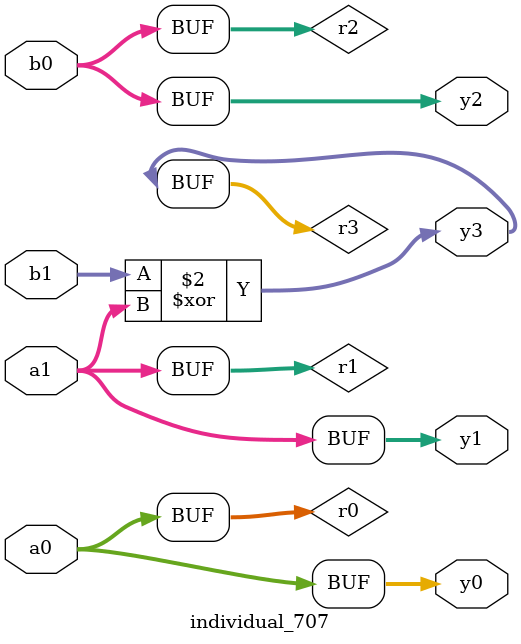
<source format=sv>
module individual_707(input logic [15:0] a1, input logic [15:0] a0, input logic [15:0] b1, input logic [15:0] b0, output logic [15:0] y3, output logic [15:0] y2, output logic [15:0] y1, output logic [15:0] y0);
logic [15:0] r0, r1, r2, r3; 
 always@(*) begin 
	 r0 = a0; r1 = a1; r2 = b0; r3 = b1; 
 	 r3  ^=  r1 ;
 	 y3 = r3; y2 = r2; y1 = r1; y0 = r0; 
end
endmodule
</source>
